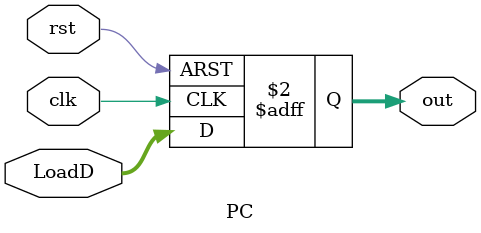
<source format=v>
module PC(input [31:0] LoadD, input clk, rst, output reg [31:0] out);
  always@(posedge clk, posedge rst)
  if(rst)
    out <= 0;
  else
    out <= LoadD;
endmodule

</source>
